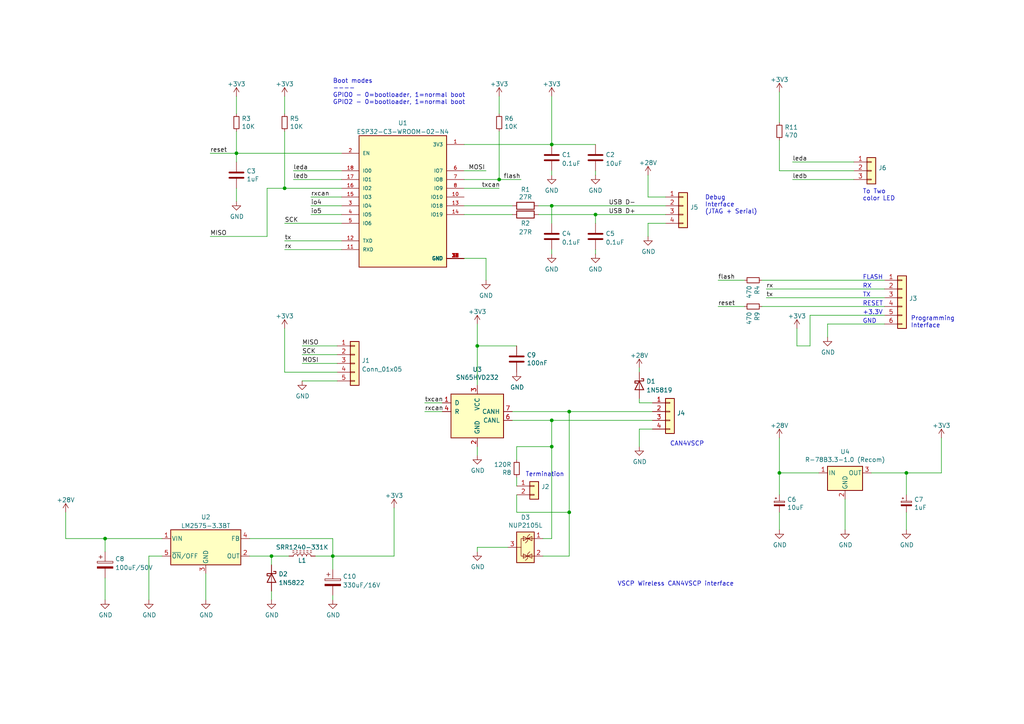
<source format=kicad_sch>
(kicad_sch (version 20211123) (generator eeschema)
  (paper "A4")
  (title_block (title "vscp-din-esp32-can-z102") (rev "B") (company "Grodans Paradis AB"))
  (lib_symbols
    (symbol "Connector_Generic:Conn_01x02" (pin_names (offset 1.016) hide)
      (property "Reference" "J" (at 0 2.54 0))
      (property "Value" "Conn_01x02" (at 0 -5.08 0))
      (symbol "Conn_01x02_1_1"
        (rectangle (start -1.27 -2.413) (end 0 -2.667) (stroke (width 0.1524)))
        (rectangle (start -1.27 0.127) (end 0 -0.127) (stroke (width 0.1524)))
        (rectangle (start -1.27 1.27) (end 1.27 -3.81) (stroke (width 0.254)) (fill (type background)))
        (pin passive line (at -5.08 0 0) (length 3.81) (name "Pin_1") (number "1"))
        (pin passive line (at -5.08 -2.54 0) (length 3.81) (name "Pin_2") (number "2"))
      )
    )
    (symbol "Connector_Generic:Conn_01x03" (pin_names (offset 1.016) hide)
      (property "Reference" "J" (at 0 5.08 0))
      (property "Value" "Conn_01x03" (at 0 -5.08 0))
      (symbol "Conn_01x03_1_1"
        (rectangle (start -1.27 -2.413) (end 0 -2.667) (stroke (width 0.1524)))
        (rectangle (start -1.27 0.127) (end 0 -0.127) (stroke (width 0.1524)))
        (rectangle (start -1.27 2.667) (end 0 2.413) (stroke (width 0.1524)))
        (rectangle (start -1.27 3.81) (end 1.27 -3.81) (stroke (width 0.254)) (fill (type background)))
        (pin passive line (at -5.08 2.54 0) (length 3.81) (name "Pin_1") (number "1"))
        (pin passive line (at -5.08 0 0) (length 3.81) (name "Pin_2") (number "2"))
        (pin passive line (at -5.08 -2.54 0) (length 3.81) (name "Pin_3") (number "3"))
      )
    )
    (symbol "Connector_Generic:Conn_01x04" (pin_names (offset 1.016) hide)
      (property "Reference" "J" (at 0 5.08 0))
      (property "Value" "Conn_01x04" (at 0 -7.62 0))
      (symbol "Conn_01x04_1_1"
        (rectangle (start -1.27 -4.953) (end 0 -5.207) (stroke (width 0.1524)))
        (rectangle (start -1.27 -2.413) (end 0 -2.667) (stroke (width 0.1524)))
        (rectangle (start -1.27 0.127) (end 0 -0.127) (stroke (width 0.1524)))
        (rectangle (start -1.27 2.667) (end 0 2.413) (stroke (width 0.1524)))
        (rectangle (start -1.27 3.81) (end 1.27 -6.35) (stroke (width 0.254)) (fill (type background)))
        (pin passive line (at -5.08 2.54 0) (length 3.81) (name "Pin_1") (number "1"))
        (pin passive line (at -5.08 0 0) (length 3.81) (name "Pin_2") (number "2"))
        (pin passive line (at -5.08 -2.54 0) (length 3.81) (name "Pin_3") (number "3"))
        (pin passive line (at -5.08 -5.08 0) (length 3.81) (name "Pin_4") (number "4"))
      )
    )
    (symbol "Connector_Generic:Conn_01x05" (pin_names (offset 1.016) hide)
      (property "Reference" "J" (at 0 7.62 0))
      (property "Value" "Conn_01x05" (at 0 -7.62 0))
      (symbol "Conn_01x05_1_1"
        (rectangle (start -1.27 -4.953) (end 0 -5.207) (stroke (width 0.1524)))
        (rectangle (start -1.27 -2.413) (end 0 -2.667) (stroke (width 0.1524)))
        (rectangle (start -1.27 0.127) (end 0 -0.127) (stroke (width 0.1524)))
        (rectangle (start -1.27 2.667) (end 0 2.413) (stroke (width 0.1524)))
        (rectangle (start -1.27 5.207) (end 0 4.953) (stroke (width 0.1524)))
        (rectangle (start -1.27 6.35) (end 1.27 -6.35) (stroke (width 0.254)) (fill (type background)))
        (pin passive line (at -5.08 5.08 0) (length 3.81) (name "Pin_1") (number "1"))
        (pin passive line (at -5.08 2.54 0) (length 3.81) (name "Pin_2") (number "2"))
        (pin passive line (at -5.08 0 0) (length 3.81) (name "Pin_3") (number "3"))
        (pin passive line (at -5.08 -2.54 0) (length 3.81) (name "Pin_4") (number "4"))
        (pin passive line (at -5.08 -5.08 0) (length 3.81) (name "Pin_5") (number "5"))
      )
    )
    (symbol "Connector_Generic:Conn_01x06" (pin_names (offset 1.016) hide)
      (property "Reference" "J" (at 0 7.62 0))
      (property "Value" "Conn_01x06" (at 0 -10.16 0))
      (symbol "Conn_01x06_1_1"
        (rectangle (start -1.27 -7.493) (end 0 -7.747) (stroke (width 0.1524)))
        (rectangle (start -1.27 -4.953) (end 0 -5.207) (stroke (width 0.1524)))
        (rectangle (start -1.27 -2.413) (end 0 -2.667) (stroke (width 0.1524)))
        (rectangle (start -1.27 0.127) (end 0 -0.127) (stroke (width 0.1524)))
        (rectangle (start -1.27 2.667) (end 0 2.413) (stroke (width 0.1524)))
        (rectangle (start -1.27 5.207) (end 0 4.953) (stroke (width 0.1524)))
        (rectangle (start -1.27 6.35) (end 1.27 -8.89) (stroke (width 0.254)) (fill (type background)))
        (pin passive line (at -5.08 5.08 0) (length 3.81) (name "Pin_1") (number "1"))
        (pin passive line (at -5.08 2.54 0) (length 3.81) (name "Pin_2") (number "2"))
        (pin passive line (at -5.08 0 0) (length 3.81) (name "Pin_3") (number "3"))
        (pin passive line (at -5.08 -2.54 0) (length 3.81) (name "Pin_4") (number "4"))
        (pin passive line (at -5.08 -5.08 0) (length 3.81) (name "Pin_5") (number "5"))
        (pin passive line (at -5.08 -7.62 0) (length 3.81) (name "Pin_6") (number "6"))
      )
    )
    (symbol "Device:C" (pin_numbers hide) (pin_names (offset 0.254))
      (property "Reference" "C" (at 0.635 2.54 0))
      (property "Value" "C" (at 0.635 -2.54 0))
      (symbol "C_0_1"
        (polyline (pts (xy -2.032 -0.762) (xy 2.032 -0.762)) (stroke (width 0.508)))
        (polyline (pts (xy -2.032 0.762) (xy 2.032 0.762)) (stroke (width 0.508)))
      )
      (symbol "C_1_1"
        (pin passive line (at 0 3.81 270) (length 2.794) (name "~") (number "1"))
        (pin passive line (at 0 -3.81 90) (length 2.794) (name "~") (number "2"))
      )
    )
    (symbol "Device:CP_Small" (pin_numbers hide) (pin_names (offset 0.254) hide)
      (property "Reference" "C" (at 0.254 1.778 0))
      (property "Value" "Device_CP_Small" (at 0.254 -2.032 0))
      (symbol "CP_Small_0_1"
        (rectangle (start -1.524 -0.3048) (end 1.524 -0.6858) (fill (type outline)))
        (rectangle (start -1.524 0.6858) (end 1.524 0.3048))
        (polyline (pts (xy -1.27 1.524) (xy -0.762 1.524)))
        (polyline (pts (xy -1.016 1.27) (xy -1.016 1.778)))
      )
      (symbol "CP_Small_1_1"
        (pin passive line (at 0 2.54 270) (length 1.8542) (name "~") (number "1"))
        (pin passive line (at 0 -2.54 90) (length 1.8542) (name "~") (number "2"))
      )
    )
    (symbol "Device:C_Polarized" (pin_numbers hide) (pin_names (offset 0.254))
      (property "Reference" "C" (at 0.635 2.54 0))
      (property "Value" "C_Polarized" (at 0.635 -2.54 0))
      (symbol "C_Polarized_0_1"
        (rectangle (start -2.286 0.508) (end 2.286 1.016))
        (polyline (pts (xy -1.778 2.286) (xy -0.762 2.286)))
        (polyline (pts (xy -1.27 2.794) (xy -1.27 1.778)))
        (rectangle (start 2.286 -0.508) (end -2.286 -1.016) (fill (type outline)))
      )
      (symbol "C_Polarized_1_1"
        (pin passive line (at 0 3.81 270) (length 2.794) (name "~") (number "1"))
        (pin passive line (at 0 -3.81 90) (length 2.794) (name "~") (number "2"))
      )
    )
    (symbol "Device:L_Ferrite" (pin_numbers hide) (pin_names (offset 1.016) hide)
      (property "Reference" "L" (at -1.27 0 90))
      (property "Value" "L_Ferrite" (at 2.794 0 90))
      (symbol "L_Ferrite_0_1"
        (arc (start 0 -2.54) (mid 0.635 -1.905) (end 0 -1.27))
        (arc (start 0 -1.27) (mid 0.635 -0.635) (end 0 0))
        (polyline (pts (xy 1.016 -2.794) (xy 1.016 -2.286)))
        (polyline (pts (xy 1.016 -1.778) (xy 1.016 -1.27)))
        (polyline (pts (xy 1.016 -0.762) (xy 1.016 -0.254)))
        (polyline (pts (xy 1.016 0.254) (xy 1.016 0.762)))
        (polyline (pts (xy 1.016 1.27) (xy 1.016 1.778)))
        (polyline (pts (xy 1.016 2.286) (xy 1.016 2.794)))
        (polyline (pts (xy 1.524 -2.286) (xy 1.524 -2.794)))
        (polyline (pts (xy 1.524 -1.27) (xy 1.524 -1.778)))
        (polyline (pts (xy 1.524 -0.254) (xy 1.524 -0.762)))
        (polyline (pts (xy 1.524 0.762) (xy 1.524 0.254)))
        (polyline (pts (xy 1.524 1.778) (xy 1.524 1.27)))
        (polyline (pts (xy 1.524 2.794) (xy 1.524 2.286)))
        (arc (start 0 0) (mid 0.635 0.635) (end 0 1.27))
        (arc (start 0 1.27) (mid 0.635 1.905) (end 0 2.54))
      )
      (symbol "L_Ferrite_1_1"
        (pin passive line (at 0 3.81 270) (length 1.27) (name "1") (number "1"))
        (pin passive line (at 0 -3.81 90) (length 1.27) (name "2") (number "2"))
      )
    )
    (symbol "Device:R" (pin_numbers hide) (pin_names (offset 0))
      (property "Reference" "R" (at 2.032 0 90))
      (property "Value" "R" (at 0 0 90))
      (symbol "R_0_1"
        (rectangle (start -1.016 -2.54) (end 1.016 2.54) (stroke (width 0.254)))
      )
      (symbol "R_1_1"
        (pin passive line (at 0 3.81 270) (length 1.27) (name "~") (number "1"))
        (pin passive line (at 0 -3.81 90) (length 1.27) (name "~") (number "2"))
      )
    )
    (symbol "Device:R_Small" (pin_numbers hide) (pin_names (offset 0.254) hide)
      (property "Reference" "R" (at 0.762 0.508 0))
      (property "Value" "R_Small" (at 0.762 -1.016 0))
      (symbol "R_Small_0_1"
        (rectangle (start -0.762 1.778) (end 0.762 -1.778) (stroke (width 0.2032)))
      )
      (symbol "R_Small_1_1"
        (pin passive line (at 0 2.54 270) (length 0.762) (name "~") (number "1"))
        (pin passive line (at 0 -2.54 90) (length 0.762) (name "~") (number "2"))
      )
    )
    (symbol "Diode:1N5819" (pin_numbers hide) (pin_names (offset 1.016) hide)
      (property "Reference" "D" (at 0 2.54 0))
      (property "Value" "1N5819" (at 0 -2.54 0))
      (symbol "1N5819_0_1"
        (polyline (pts (xy 1.27 0) (xy -1.27 0)))
        (polyline (pts (xy 1.27 1.27) (xy 1.27 -1.27) (xy -1.27 0) (xy 1.27 1.27)) (stroke (width 0.254)))
        (polyline (pts (xy -1.905 0.635) (xy -1.905 1.27) (xy -1.27 1.27) (xy -1.27 -1.27) (xy -0.635 -1.27) (xy -0.635 -0.635)) (stroke (width 0.254)))
      )
      (symbol "1N5819_1_1"
        (pin passive line (at -3.81 0 0) (length 2.54) (name "K") (number "1"))
        (pin passive line (at 3.81 0 180) (length 2.54) (name "A") (number "2"))
      )
    )
    (symbol "Diode:1N5822" (pin_numbers hide) (pin_names (offset 1.016) hide)
      (property "Reference" "D" (at 0 2.54 0))
      (property "Value" "1N5822" (at 0 -2.54 0))
      (symbol "1N5822_0_1"
        (polyline (pts (xy 1.27 0) (xy -1.27 0)))
        (polyline (pts (xy 1.27 1.27) (xy 1.27 -1.27) (xy -1.27 0) (xy 1.27 1.27)) (stroke (width 0.254)))
        (polyline (pts (xy -1.905 0.635) (xy -1.905 1.27) (xy -1.27 1.27) (xy -1.27 -1.27) (xy -0.635 -1.27) (xy -0.635 -0.635)) (stroke (width 0.254)))
      )
      (symbol "1N5822_1_1"
        (pin passive line (at -3.81 0 0) (length 2.54) (name "K") (number "1"))
        (pin passive line (at 3.81 0 180) (length 2.54) (name "A") (number "2"))
      )
    )
    (symbol "ESP32-C3-WROOM-02-N4:ESP32-C3-WROOM-02-N4" (pin_names (offset 1.016))
      (property "Reference" "U" (at -12.7 21.082 0))
      (property "Value" "ESP32-C3-WROOM-02-N4" (at -12.7 -18.542 0))
      (symbol "ESP32-C3-WROOM-02-N4_0_0"
        (rectangle (start -12.7 -17.78) (end 12.7 20.32) (stroke (width 0.254)) (fill (type background)))
        (pin power_in line (at 17.78 17.78 180) (length 5.08) (name "3V3") (number "1"))
        (pin bidirectional line (at 17.78 2.54 180) (length 5.08) (name "IO10") (number "10"))
        (pin bidirectional line (at -17.78 -12.7 0) (length 5.08) (name "RXD") (number "11"))
        (pin bidirectional line (at -17.78 -10.16 0) (length 5.08) (name "TXD") (number "12"))
        (pin bidirectional line (at 17.78 0 180) (length 5.08) (name "IO18") (number "13"))
        (pin bidirectional line (at 17.78 -2.54 180) (length 5.08) (name "IO19") (number "14"))
        (pin bidirectional line (at -17.78 2.54 0) (length 5.08) (name "IO3") (number "15"))
        (pin bidirectional line (at -17.78 5.08 0) (length 5.08) (name "IO2") (number "16"))
        (pin bidirectional line (at -17.78 7.62 0) (length 5.08) (name "IO1") (number "17"))
        (pin bidirectional line (at -17.78 10.16 0) (length 5.08) (name "IO0") (number "18"))
        (pin power_in line (at 17.78 -15.24 180) (length 5.08) (name "GND") (number "19"))
        (pin input line (at -17.78 15.24 0) (length 5.08) (name "EN") (number "2"))
        (pin power_in line (at 17.78 -15.24 180) (length 5.08) (name "GND") (number "20"))
        (pin power_in line (at 17.78 -15.24 180) (length 5.08) (name "GND") (number "21"))
        (pin power_in line (at 17.78 -15.24 180) (length 5.08) (name "GND") (number "22"))
        (pin power_in line (at 17.78 -15.24 180) (length 5.08) (name "GND") (number "23"))
        (pin power_in line (at 17.78 -15.24 180) (length 5.08) (name "GND") (number "24"))
        (pin power_in line (at 17.78 -15.24 180) (length 5.08) (name "GND") (number "25"))
        (pin power_in line (at 17.78 -15.24 180) (length 5.08) (name "GND") (number "26"))
        (pin power_in line (at 17.78 -15.24 180) (length 5.08) (name "GND") (number "27"))
        (pin power_in line (at 17.78 -15.24 180) (length 5.08) (name "GND") (number "28"))
        (pin power_in line (at 17.78 -15.24 180) (length 5.08) (name "GND") (number "29"))
        (pin bidirectional line (at -17.78 0 0) (length 5.08) (name "IO4") (number "3"))
        (pin power_in line (at 17.78 -15.24 180) (length 5.08) (name "GND") (number "30"))
        (pin power_in line (at 17.78 -15.24 180) (length 5.08) (name "GND") (number "31"))
        (pin power_in line (at 17.78 -15.24 180) (length 5.08) (name "GND") (number "32"))
        (pin power_in line (at 17.78 -15.24 180) (length 5.08) (name "GND") (number "33"))
        (pin power_in line (at 17.78 -15.24 180) (length 5.08) (name "GND") (number "34"))
        (pin power_in line (at 17.78 -15.24 180) (length 5.08) (name "GND") (number "35"))
        (pin power_in line (at 17.78 -15.24 180) (length 5.08) (name "GND") (number "36"))
        (pin power_in line (at 17.78 -15.24 180) (length 5.08) (name "GND") (number "37"))
        (pin power_in line (at 17.78 -15.24 180) (length 5.08) (name "GND") (number "38"))
        (pin power_in line (at 17.78 -15.24 180) (length 5.08) (name "GND") (number "39"))
        (pin bidirectional line (at -17.78 -2.54 0) (length 5.08) (name "IO5") (number "4"))
        (pin bidirectional line (at -17.78 -5.08 0) (length 5.08) (name "IO6") (number "5"))
        (pin bidirectional line (at 17.78 10.16 180) (length 5.08) (name "IO7") (number "6"))
        (pin bidirectional line (at 17.78 7.62 180) (length 5.08) (name "IO8") (number "7"))
        (pin bidirectional line (at 17.78 5.08 180) (length 5.08) (name "IO9") (number "8"))
        (pin power_in line (at 17.78 -15.24 180) (length 5.08) (name "GND") (number "9"))
      )
    )
    (symbol "Interface_CAN_LIN:SN65HVD232" (pin_names (offset 1.016))
      (property "Reference" "U" (at -2.54 10.16 0))
      (property "Value" "SN65HVD232" (at -2.54 7.62 0))
      (symbol "SN65HVD232_0_1"
        (rectangle (start -7.62 5.08) (end 7.62 -7.62) (stroke (width 0.254)) (fill (type background)))
      )
      (symbol "SN65HVD232_1_1"
        (pin input line (at -10.16 2.54 0) (length 2.54) (name "D") (number "1"))
        (pin power_in line (at 0 -10.16 90) (length 2.54) (name "GND") (number "2"))
        (pin power_in line (at 0 7.62 270) (length 2.54) (name "VCC") (number "3"))
        (pin output line (at -10.16 0 0) (length 2.54) (name "R") (number "4"))
        (pin no_connect line (at -10.16 -2.54 0) (length 2.54) hide (name "NC") (number "5"))
        (pin bidirectional line (at 10.16 -2.54 180) (length 2.54) (name "CANL") (number "6"))
        (pin bidirectional line (at 10.16 0 180) (length 2.54) (name "CANH") (number "7"))
        (pin no_connect line (at -10.16 -5.08 0) (length 2.54) hide (name "NC") (number "8"))
      )
    )
    (symbol "Power_Protection:NUP2105L" (pin_names hide)
      (property "Reference" "D" (at 5.715 2.54 0))
      (property "Value" "NUP2105L" (at 5.715 0.635 0))
      (symbol "NUP2105L_0_0"
        (pin passive line (at 0 -5.08 90) (length 2.54) (name "A") (number "3"))
      )
      (symbol "NUP2105L_0_1"
        (rectangle (start -4.445 2.54) (end 4.445 -2.54) (stroke (width 0.254)) (fill (type background)))
        (polyline (pts (xy -2.54 2.54) (xy -2.54 0.635)))
        (polyline (pts (xy 0 -1.27) (xy 0 -2.54)))
        (polyline (pts (xy 2.54 2.54) (xy 2.54 0.635)))
        (polyline (pts (xy -3.81 1.27) (xy -3.175 0.635) (xy -1.905 0.635) (xy -1.27 0)))
        (polyline (pts (xy -2.54 0.635) (xy -2.54 -1.27) (xy 2.54 -1.27) (xy 2.54 0.635)))
        (polyline (pts (xy -2.54 0.635) (xy -1.905 -0.635) (xy -3.175 -0.635) (xy -2.54 0.635)))
        (polyline (pts (xy 2.54 0.635) (xy 1.905 -0.635) (xy 3.175 -0.635) (xy 2.54 0.635)))
        (polyline (pts (xy 2.54 0.635) (xy 3.175 1.905) (xy 1.905 1.905) (xy 2.54 0.635)))
        (polyline (pts (xy -2.54 0.635) (xy -3.175 1.905) (xy -1.905 1.905) (xy -2.54 0.635) (xy -2.54 1.27)))
        (polyline (pts (xy 1.27 1.27) (xy 1.905 0.635) (xy 2.54 0.635) (xy 3.175 0.635) (xy 3.81 0)))
      )
      (symbol "NUP2105L_1_1"
        (pin passive line (at -2.54 5.08 270) (length 2.54) (name "K") (number "1"))
        (pin passive line (at 2.54 5.08 270) (length 2.54) (name "K") (number "2"))
      )
    )
    (symbol "Regulator_Switching:LM2575-3.3BT" (pin_names (offset 0.254))
      (property "Reference" "U" (at -10.16 6.35 0))
      (property "Value" "LM2575-3.3BT" (at 0 6.35 0))
      (symbol "LM2575-3.3BT_0_1"
        (rectangle (start -10.16 5.08) (end 10.16 -5.08) (stroke (width 0.254)) (fill (type background)))
      )
      (symbol "LM2575-3.3BT_1_1"
        (pin power_in line (at -12.7 2.54 0) (length 2.54) (name "VIN") (number "1"))
        (pin output line (at 12.7 -2.54 180) (length 2.54) (name "OUT") (number "2"))
        (pin power_in line (at 0 -7.62 90) (length 2.54) (name "GND") (number "3"))
        (pin input line (at 12.7 2.54 180) (length 2.54) (name "FB") (number "4"))
        (pin input line (at -12.7 -2.54 0) (length 2.54) (name "~{ON}/OFF") (number "5"))
      )
    )
    (symbol "Regulator_Switching:R-78B3.3-2.0" (pin_names (offset 0.254))
      (property "Reference" "U" (at -3.81 3.175 0))
      (property "Value" "R-78B3.3-2.0" (at 0 3.175 0))
      (symbol "R-78B3.3-2.0_0_1"
        (rectangle (start -5.08 1.905) (end 5.08 -5.08) (stroke (width 0.254)) (fill (type background)))
      )
      (symbol "R-78B3.3-2.0_1_1"
        (pin power_in line (at -7.62 0 0) (length 2.54) (name "IN") (number "1"))
        (pin power_in line (at 0 -7.62 90) (length 2.54) (name "GND") (number "2"))
        (pin power_out line (at 7.62 0 180) (length 2.54) (name "OUT") (number "3"))
      )
    )
    (symbol "power:+28V" (power) (pin_names (offset 0))
      (property "Value" "+28V" (at 0 3.81 0))
      (symbol "+28V_0_1"
        (polyline (pts (xy -0.762 1.27) (xy 0 2.54)))
        (polyline (pts (xy 0 0) (xy 0 2.54)))
        (polyline (pts (xy 0 2.54) (xy 0.762 1.27)))
      )
      (symbol "+28V_1_1"
        (pin power_in line (at 0 0 90) (length 0) hide (name "+28V") (number "1"))
      )
    )
    (symbol "power:+3.3V" (power) (pin_names (offset 0))
      (property "Value" "+3.3V" (at 0 3.556 0))
      (symbol "+3.3V_0_1"
        (polyline (pts (xy -0.762 1.27) (xy 0 2.54)))
        (polyline (pts (xy 0 0) (xy 0 2.54)))
        (polyline (pts (xy 0 2.54) (xy 0.762 1.27)))
      )
      (symbol "+3.3V_1_1"
        (pin power_in line (at 0 0 90) (length 0) hide (name "+3V3") (number "1"))
      )
    )
    (symbol "power:GND" (power) (pin_names (offset 0))
      (property "Value" "GND" (at 0 -3.81 0))
      (symbol "GND_0_1"
        (polyline (pts (xy 0 0) (xy 0 -1.27) (xy 1.27 -1.27) (xy 0 -2.54) (xy -1.27 -1.27) (xy 0 -1.27)))
      )
      (symbol "GND_1_1"
        (pin power_in line (at 0 0 270) (length 0) hide (name "GND") (number "1"))
      )
    )
  )
  (junction (at 30.48 156.21))
  (junction (at 165.1 148.59))
  (junction (at 226.06 137.16))
  (junction (at 172.72 62.23))
  (junction (at 160.02 59.69))
  (junction (at 160.02 121.92))
  (junction (at 68.58 44.45))
  (junction (at 82.55 54.61))
  (junction (at 165.1 119.38))
  (junction (at 78.74 161.29))
  (junction (at 160.02 41.91))
  (junction (at 262.89 137.16))
  (junction (at 96.52 161.29))
  (junction (at 160.02 129.54))
  (junction (at 138.43 100.33))
  (junction (at 144.78 52.07))
  (wire (pts (xy 160.02 121.92) (xy 160.02 129.54)))
  (wire (pts (xy 96.52 161.29) (xy 114.3 161.29)))
  (wire (pts (xy 208.28 88.9) (xy 215.9 88.9)))
  (wire (pts (xy 46.99 161.29) (xy 43.18 161.29)))
  (wire (pts (xy 185.42 115.57) (xy 185.42 116.84)))
  (wire (pts (xy 96.52 156.21) (xy 96.52 161.29)))
  (wire (pts (xy 72.39 156.21) (xy 96.52 156.21)))
  (wire (pts (xy 114.3 147.32) (xy 114.3 161.29)))
  (wire (pts (xy 87.63 100.33) (xy 97.79 100.33)))
  (wire (pts (xy 149.86 100.33) (xy 138.43 100.33)))
  (wire (pts (xy 85.09 52.07) (xy 99.06 52.07)))
  (wire (pts (xy 165.1 161.29) (xy 165.1 148.59)))
  (wire (pts (xy 226.06 148.59) (xy 226.06 153.67)))
  (wire (pts (xy 256.54 93.98) (xy 240.03 93.98)))
  (wire (pts (xy 147.32 158.75) (xy 138.43 158.75)))
  (wire (pts (xy 222.25 86.36) (xy 256.54 86.36)))
  (wire (pts (xy 149.86 148.59) (xy 165.1 148.59)))
  (wire (pts (xy 60.96 68.58) (xy 77.47 68.58)))
  (wire (pts (xy 82.55 95.25) (xy 82.55 107.95)))
  (wire (pts (xy 68.58 54.61) (xy 68.58 58.42)))
  (wire (pts (xy 160.02 41.91) (xy 172.72 41.91)))
  (wire (pts (xy 68.58 44.45) (xy 99.06 44.45)))
  (wire (pts (xy 19.05 148.59) (xy 19.05 156.21)))
  (wire (pts (xy 165.1 148.59) (xy 165.1 119.38)))
  (wire (pts (xy 172.72 62.23) (xy 193.04 62.23)))
  (wire (pts (xy 262.89 137.16) (xy 262.89 143.51)))
  (wire (pts (xy 134.62 49.53) (xy 140.97 49.53)))
  (wire (pts (xy 140.97 74.93) (xy 140.97 81.28)))
  (wire (pts (xy 273.05 137.16) (xy 262.89 137.16)))
  (wire (pts (xy 160.02 72.39) (xy 160.02 73.66)))
  (wire (pts (xy 185.42 124.46) (xy 185.42 129.54)))
  (wire (pts (xy 134.62 74.93) (xy 140.97 74.93)))
  (wire (pts (xy 82.55 69.85) (xy 99.06 69.85)))
  (wire (pts (xy 138.43 129.54) (xy 138.43 132.08)))
  (wire (pts (xy 187.96 57.15) (xy 193.04 57.15)))
  (wire (pts (xy 149.86 143.51) (xy 149.86 148.59)))
  (wire (pts (xy 144.78 27.94) (xy 144.78 33.02)))
  (wire (pts (xy 220.98 81.28) (xy 256.54 81.28)))
  (wire (pts (xy 193.04 64.77) (xy 187.96 64.77)))
  (wire (pts (xy 187.96 64.77) (xy 187.96 68.58)))
  (wire (pts (xy 19.05 156.21) (xy 30.48 156.21)))
  (wire (pts (xy 160.02 41.91) (xy 160.02 27.94)))
  (wire (pts (xy 82.55 64.77) (xy 99.06 64.77)))
  (wire (pts (xy 82.55 54.61) (xy 77.47 54.61)))
  (wire (pts (xy 160.02 59.69) (xy 193.04 59.69)))
  (wire (pts (xy 30.48 156.21) (xy 30.48 160.02)))
  (wire (pts (xy 252.73 137.16) (xy 262.89 137.16)))
  (wire (pts (xy 231.14 95.25) (xy 231.14 100.33)))
  (wire (pts (xy 234.95 91.44) (xy 234.95 100.33)))
  (wire (pts (xy 138.43 100.33) (xy 138.43 111.76)))
  (wire (pts (xy 144.78 52.07) (xy 151.13 52.07)))
  (wire (pts (xy 160.02 121.92) (xy 189.23 121.92)))
  (wire (pts (xy 128.27 119.38) (xy 123.19 119.38)))
  (wire (pts (xy 256.54 91.44) (xy 234.95 91.44)))
  (wire (pts (xy 165.1 119.38) (xy 189.23 119.38)))
  (wire (pts (xy 185.42 106.68) (xy 185.42 107.95)))
  (wire (pts (xy 82.55 54.61) (xy 82.55 38.1)))
  (wire (pts (xy 189.23 124.46) (xy 185.42 124.46)))
  (wire (pts (xy 30.48 167.64) (xy 30.48 173.99)))
  (wire (pts (xy 226.06 137.16) (xy 226.06 143.51)))
  (wire (pts (xy 99.06 59.69) (xy 90.17 59.69)))
  (wire (pts (xy 77.47 54.61) (xy 77.47 68.58)))
  (wire (pts (xy 134.62 59.69) (xy 148.59 59.69)))
  (wire (pts (xy 157.48 156.21) (xy 160.02 156.21)))
  (wire (pts (xy 185.42 116.84) (xy 189.23 116.84)))
  (wire (pts (xy 187.96 50.8) (xy 187.96 57.15)))
  (wire (pts (xy 172.72 72.39) (xy 172.72 73.66)))
  (wire (pts (xy 78.74 161.29) (xy 83.82 161.29)))
  (wire (pts (xy 149.86 138.43) (xy 149.86 140.97)))
  (wire (pts (xy 157.48 161.29) (xy 165.1 161.29)))
  (wire (pts (xy 144.78 52.07) (xy 144.78 38.1)))
  (wire (pts (xy 138.43 93.98) (xy 138.43 100.33)))
  (wire (pts (xy 68.58 38.1) (xy 68.58 44.45)))
  (wire (pts (xy 226.06 127) (xy 226.06 137.16)))
  (wire (pts (xy 96.52 172.72) (xy 96.52 173.99)))
  (wire (pts (xy 82.55 27.94) (xy 82.55 33.02)))
  (wire (pts (xy 68.58 46.99) (xy 68.58 44.45)))
  (wire (pts (xy 262.89 148.59) (xy 262.89 153.67)))
  (wire (pts (xy 82.55 107.95) (xy 97.79 107.95)))
  (wire (pts (xy 148.59 121.92) (xy 160.02 121.92)))
  (wire (pts (xy 208.28 81.28) (xy 215.9 81.28)))
  (wire (pts (xy 240.03 93.98) (xy 240.03 97.79)))
  (wire (pts (xy 138.43 158.75) (xy 138.43 160.02)))
  (wire (pts (xy 160.02 129.54) (xy 160.02 156.21)))
  (wire (pts (xy 90.17 62.23) (xy 99.06 62.23)))
  (wire (pts (xy 99.06 54.61) (xy 82.55 54.61)))
  (wire (pts (xy 134.62 52.07) (xy 144.78 52.07)))
  (wire (pts (xy 226.06 35.56) (xy 226.06 26.67)))
  (wire (pts (xy 90.17 57.15) (xy 99.06 57.15)))
  (wire (pts (xy 87.63 110.49) (xy 97.79 110.49)))
  (wire (pts (xy 245.11 144.78) (xy 245.11 153.67)))
  (wire (pts (xy 82.55 72.39) (xy 99.06 72.39)))
  (wire (pts (xy 149.86 129.54) (xy 160.02 129.54)))
  (wire (pts (xy 172.72 62.23) (xy 172.72 64.77)))
  (wire (pts (xy 234.95 100.33) (xy 231.14 100.33)))
  (wire (pts (xy 72.39 161.29) (xy 78.74 161.29)))
  (wire (pts (xy 30.48 156.21) (xy 46.99 156.21)))
  (wire (pts (xy 78.74 163.83) (xy 78.74 161.29)))
  (wire (pts (xy 222.25 83.82) (xy 256.54 83.82)))
  (wire (pts (xy 247.65 52.07) (xy 229.87 52.07)))
  (wire (pts (xy 87.63 105.41) (xy 97.79 105.41)))
  (wire (pts (xy 96.52 161.29) (xy 96.52 165.1)))
  (wire (pts (xy 134.62 54.61) (xy 144.78 54.61)))
  (wire (pts (xy 160.02 59.69) (xy 160.02 64.77)))
  (wire (pts (xy 91.44 161.29) (xy 96.52 161.29)))
  (wire (pts (xy 273.05 127) (xy 273.05 137.16)))
  (wire (pts (xy 87.63 102.87) (xy 97.79 102.87)))
  (wire (pts (xy 68.58 44.45) (xy 60.96 44.45)))
  (wire (pts (xy 237.49 137.16) (xy 226.06 137.16)))
  (wire (pts (xy 156.21 59.69) (xy 160.02 59.69)))
  (wire (pts (xy 134.62 62.23) (xy 148.59 62.23)))
  (wire (pts (xy 68.58 27.94) (xy 68.58 33.02)))
  (wire (pts (xy 226.06 40.64) (xy 226.06 49.53)))
  (wire (pts (xy 85.09 49.53) (xy 99.06 49.53)))
  (wire (pts (xy 247.65 49.53) (xy 226.06 49.53)))
  (wire (pts (xy 134.62 41.91) (xy 160.02 41.91)))
  (wire (pts (xy 128.27 116.84) (xy 123.19 116.84)))
  (wire (pts (xy 156.21 62.23) (xy 172.72 62.23)))
  (wire (pts (xy 172.72 49.53) (xy 172.72 50.8)))
  (wire (pts (xy 165.1 119.38) (xy 148.59 119.38)))
  (wire (pts (xy 256.54 88.9) (xy 220.98 88.9)))
  (wire (pts (xy 59.69 166.37) (xy 59.69 173.99)))
  (wire (pts (xy 160.02 49.53) (xy 160.02 50.8)))
  (wire (pts (xy 78.74 171.45) (xy 78.74 173.99)))
  (wire (pts (xy 247.65 46.99) (xy 229.87 46.99)))
  (wire (pts (xy 149.86 133.35) (xy 149.86 129.54)))
  (wire (pts (xy 43.18 161.29) (xy 43.18 173.99)))
  (text "VSCP Wireless CAN4VSCP interface" (at 179.07 170.18 0) (effects (font (size 1.27 1.27)) (justify left bottom)))
  (text "Termination" (at 152.4 138.43 0) (effects (font (size 1.27 1.27)) (justify left bottom)))
  (text "RESET" (at 250.19 88.9 0) (effects (font (size 1.27 1.27)) (justify left bottom)))
  (text "CAN4VSCP" (at 194.31 129.54 0) (effects (font (size 1.27 1.27)) (justify left bottom)))
  (text "RX" (at 250.19 83.82 0) (effects (font (size 1.27 1.27)) (justify left bottom)))
  (text "Debug \nInterface\n(JTAG + Serial)" (at 204.47 62.23 0) (effects (font (size 1.27 1.27)) (justify left bottom)))
  (text "Boot modes\n----\nGPIO0 - 0=bootloader, 1=normal boot\nGPIO2 - 0=bootloader, 1=normal boot" (at 96.52 30.48 0) (effects (font (size 1.27 1.27)) (justify left bottom)))
  (text "+3.3V" (at 250.19 91.44 0) (effects (font (size 1.27 1.27)) (justify left bottom)))
  (text "Programming\nInterface" (at 264.16 95.25 0) (effects (font (size 1.27 1.27)) (justify left bottom)))
  (text "GND" (at 250.19 93.98 0) (effects (font (size 1.27 1.27)) (justify left bottom)))
  (text "To Two \ncolor LED" (at 250.19 58.42 0) (effects (font (size 1.27 1.27)) (justify left bottom)))
  (text "TX" (at 250.19 86.36 0) (effects (font (size 1.27 1.27)) (justify left bottom)))
  (text "FLASH" (at 250.19 81.28 0) (effects (font (size 1.27 1.27)) (justify left bottom)))
  (label "txcan" (at 139.7 54.61 0))
  (label "flash" (at 208.28 81.28 0))
  (label "reset" (at 208.28 88.9 0))
  (label "rxcan" (at 123.19 119.38 0))
  (label "rxcan" (at 90.17 57.15 0))
  (label "MISO" (at 60.96 68.58 0))
  (label "USB D+" (at 176.53 62.23 0))
  (label "SCK" (at 87.63 102.87 0))
  (label "io4" (at 90.17 59.69 0))
  (label "io5" (at 90.17 62.23 0))
  (label "ledb" (at 229.87 52.07 0))
  (label "ledb" (at 85.09 52.07 0))
  (label "MOSI" (at 87.63 105.41 0))
  (label "reset" (at 60.96 44.45 0))
  (label "leda" (at 85.09 49.53 0))
  (label "leda" (at 229.87 46.99 0))
  (label "USB D-" (at 176.53 59.69 0))
  (label "flash" (at 146.05 52.07 0))
  (label "rx" (at 222.25 83.82 0))
  (label "tx" (at 222.25 86.36 0))
  (label "rx" (at 82.55 72.39 0))
  (label "tx" (at 82.55 69.85 0))
  (label "SCK" (at 82.55 64.77 0))
  (label "txcan" (at 123.19 116.84 0))
  (label "MISO" (at 87.63 100.33 0))
  (label "MOSI" (at 135.89 49.53 0))
  (symbol (lib_id "Device:CP_Small") (at 226.06 146.05 0) (unit 1)
    (property "Reference" "C6" (at 228.2952 144.8816 0) (effects (justify left)))
    (property "Value" "10uF" (at 228.2952 147.193 0) (effects (justify left)))
    (property "Footprint" "Capacitor_SMD:C_0805_2012Metric_Pad1.18x1.45mm_HandSolder" (effects hide))
  )
  (symbol (lib_id "Device:R") (at 152.4 59.69 90) (unit 1)
    (property "Reference" "R1" (at 152.4 54.9742 90))
    (property "Value" "27R" (at 152.4 57.15 90))
    (property "Footprint" "Resistor_SMD:R_0805_2012Metric_Pad1.20x1.40mm_HandSolder" (effects hide))
  )
  (symbol (lib_id "power:+3.3V") (at 138.43 93.98 0) (unit 1)
    (property "Reference" "#PWR0109" (effects hide))
    (property "Value" "+3.3V" (at 138.43 90.4042 0))
  )
  (symbol (lib_id "power:+3.3V") (at 114.3 147.32 0) (unit 1)
    (property "Reference" "#PWR0133" (effects hide))
    (property "Value" "+3.3V" (at 114.3 143.7442 0))
  )
  (symbol (lib_id "Connector_Generic:Conn_01x02") (at 154.94 140.97 0) (unit 1)
    (property "Reference" "J2" (at 156.972 141.1732 0) (effects (justify left)))
    (property "Value" "Conn_01x02" (effects hide))
    (property "Footprint" "Connector_PinHeader_2.54mm:PinHeader_1x02_P2.54mm_Vertical" (effects hide))
  )
  (symbol (lib_id "Connector_Generic:Conn_01x06") (at 261.62 86.36 0) (unit 1)
    (property "Reference" "J3" (at 263.652 86.5632 0) (effects (justify left)))
    (property "Value" "Conn_01x06" (effects hide))
    (property "Footprint" "Connector_PinHeader_2.54mm:PinHeader_1x06_P2.54mm_Vertical" (effects hide))
  )
  (symbol (lib_id "power:GND") (at 138.43 132.08 0) (unit 1)
    (property "Reference" "#PWR0118" (effects hide))
    (property "Value" "GND" (at 138.557 136.4742 0))
  )
  (symbol (lib_id "Device:R_Small") (at 144.78 35.56 0) (unit 1)
    (property "Reference" "R6" (at 146.2786 34.3916 0) (effects (justify left)))
    (property "Value" "10K" (at 146.2786 36.703 0) (effects (justify left)))
    (property "Footprint" "Resistor_SMD:R_0805_2012Metric_Pad1.20x1.40mm_HandSolder" (effects hide))
  )
  (symbol (lib_id "power:GND") (at 262.89 153.67 0) (unit 1)
    (property "Reference" "#PWR0105" (effects hide))
    (property "Value" "GND" (at 263.017 158.0642 0))
  )
  (symbol (lib_id "Diode:1N5822") (at 78.74 167.64 270) (unit 1)
    (property "Reference" "D2" (at 80.772 166.4878 90) (effects (justify left)))
    (property "Value" "1N5822" (at 80.772 169.0247 90) (effects (justify left)))
    (property "Footprint" "Diode_SMD:D_SMA_Handsoldering" (effects hide))
    (property "Datasheet" "http://www.vishay.com/docs/88526/1n5820.pdf" (effects hide))
  )
  (symbol (lib_id "Connector_Generic:Conn_01x04") (at 194.31 119.38 0) (unit 1)
    (property "Reference" "J4" (at 196.342 119.8153 0) (effects (justify left)))
    (property "Value" "Conn_01x04" (effects hide))
    (property "Footprint" "Connector_Phoenix_MC:PhoenixContact_MC_1,5_4-G-3.81_1x04_P3.81mm_Horizontal" (effects hide))
  )
  (symbol (lib_id "power:GND") (at 172.72 50.8 0) (unit 1)
    (property "Reference" "#PWR0110" (effects hide))
    (property "Value" "GND" (at 172.72 55.2434 0))
  )
  (symbol (lib_id "Device:R_Small") (at 82.55 35.56 0) (unit 1)
    (property "Reference" "R5" (at 84.0486 34.3916 0) (effects (justify left)))
    (property "Value" "10K" (at 84.0486 36.703 0) (effects (justify left)))
    (property "Footprint" "Resistor_SMD:R_0805_2012Metric_Pad1.20x1.40mm_HandSolder" (effects hide))
  )
  (symbol (lib_id "power:GND") (at 245.11 153.67 0) (unit 1)
    (property "Reference" "#PWR0104" (effects hide))
    (property "Value" "GND" (at 245.237 158.0642 0))
  )
  (symbol (lib_id "power:GND") (at 185.42 129.54 0) (unit 1)
    (property "Reference" "#PWR0101" (effects hide))
    (property "Value" "GND" (at 185.547 133.9342 0))
  )
  (symbol (lib_id "power:+3.3V") (at 231.14 95.25 0) (unit 1)
    (property "Reference" "#PWR0126" (effects hide))
    (property "Value" "+3.3V" (at 231.14 91.6742 0))
  )
  (symbol (lib_id "power:GND") (at 59.69 173.99 0) (unit 1)
    (property "Reference" "#PWR0127" (effects hide))
    (property "Value" "GND" (at 59.817 178.3842 0))
  )
  (symbol (lib_id "Device:R_Small") (at 149.86 135.89 180) (unit 1)
    (property "Reference" "R8" (at 148.3614 137.0584 0) (effects (justify left)))
    (property "Value" "120R" (at 148.3614 134.747 0) (effects (justify left)))
    (property "Footprint" "Resistor_SMD:R_0805_2012Metric_Pad1.20x1.40mm_HandSolder" (effects hide))
  )
  (symbol (lib_id "power:+3.3V") (at 82.55 27.94 0) (unit 1)
    (property "Reference" "#PWR0121" (effects hide))
    (property "Value" "+3.3V" (at 82.55 24.3642 0))
  )
  (symbol (lib_id "Device:C_Polarized") (at 30.48 163.83 0) (unit 1)
    (property "Reference" "C8" (at 33.401 162.1063 0) (effects (justify left)))
    (property "Value" "100uF/50V" (at 33.401 164.6432 0) (effects (justify left)))
    (property "Footprint" "Capacitor_SMD:CP_Elec_6.3x9.9" (effects hide))
    (property "Datasheet" "https://industrial.panasonic.com/cdbs/www-data/pdf/RDE0000/ABA0000C1151.pdf" (effects hide))
  )
  (symbol (lib_id "power:+3.3V") (at 82.55 95.25 0) (unit 1)
    (property "Reference" "#PWR0135" (effects hide))
    (property "Value" "+3.3V" (at 82.55 91.6742 0))
  )
  (symbol (lib_id "power:+3.3V") (at 226.06 26.67 0) (unit 1)
    (property "Reference" "#PWR0114" (effects hide))
    (property "Value" "+3.3V" (at 226.06 23.0942 0))
  )
  (symbol (lib_id "power:GND") (at 30.48 173.99 0) (unit 1)
    (property "Reference" "#PWR0130" (effects hide))
    (property "Value" "GND" (at 30.607 178.3842 0))
  )
  (symbol (lib_id "power:GND") (at 149.86 107.95 0) (unit 1)
    (property "Reference" "#PWR0117" (effects hide))
    (property "Value" "GND" (at 149.987 112.3442 0))
  )
  (symbol (lib_id "Connector_Generic:Conn_01x05") (at 102.87 105.41 0) (unit 1)
    (property "Reference" "J1" (at 104.902 104.5753 0) (effects (justify left)))
    (property "Value" "Conn_01x05" (at 104.902 107.1122 0) (effects (justify left)))
    (property "Footprint" "Connector_PinHeader_2.54mm:PinHeader_1x05_P2.54mm_Vertical" (effects hide))
  )
  (symbol (lib_id "power:+28V") (at 226.06 127 0) (unit 1)
    (property "Reference" "#PWR0106" (effects hide))
    (property "Value" "+28V" (at 226.06 123.4242 0))
  )
  (symbol (lib_id "ESP32-C3-WROOM-02-N4:ESP32-C3-WROOM-02-N4") (at 116.84 59.69 0) (unit 1)
    (property "Reference" "U1" (at 116.84 35.6702 0))
    (property "Value" "ESP32-C3-WROOM-02-N4" (at 116.84 38.2071 0))
    (property "Footprint" "RF_Module:ESP-WROOM-02" (effects hide))
    (property "PURCHASE-URL" "https://pricing.snapeda.com/search/part/ESP32-C3-WROOM-02-H4/?ref=eda" (effects hide))
    (property "PRICE" "None" (effects hide))
    (property "MF" "Espressif Systems" (effects hide))
    (property "PACKAGE" "Package" (effects hide))
    (property "DESCRIPTION" "WiFi Modules (802.11) (Engineering Samples) SMD module, ESP32-C3, 4MB SPI flash, PCB antenna, -40 C +105 C" (effects hide))
    (property "AVAILABILITY" "In Stock" (effects hide))
    (property "MP" "ESP32-C3-WROOM-02-H4" (effects hide))
  )
  (symbol (lib_id "Device:C") (at 160.02 68.58 0) (unit 1)
    (property "Reference" "C4" (at 162.941 67.7453 0) (effects (justify left)))
    (property "Value" "0.1uF" (at 162.941 70.2822 0) (effects (justify left)))
    (property "Footprint" "Capacitor_SMD:C_0805_2012Metric_Pad1.18x1.45mm_HandSolder" (effects hide))
  )
  (symbol (lib_id "Device:R_Small") (at 226.06 38.1 0) (unit 1)
    (property "Reference" "R11" (at 227.5586 36.9316 0) (effects (justify left)))
    (property "Value" "470" (at 227.5586 39.243 0) (effects (justify left)))
    (property "Footprint" "Resistor_SMD:R_0805_2012Metric" (effects hide))
  )
  (symbol (lib_id "power:GND") (at 87.63 110.49 0) (unit 1)
    (property "Reference" "#PWR0134" (effects hide))
    (property "Value" "GND" (at 87.757 114.8842 0))
  )
  (symbol (lib_id "Device:R") (at 152.4 62.23 90) (unit 1)
    (property "Reference" "R2" (at 152.4 64.77 90))
    (property "Value" "27R" (at 152.4 67.31 90))
    (property "Footprint" "Resistor_SMD:R_0805_2012Metric_Pad1.20x1.40mm_HandSolder" (effects hide))
  )
  (symbol (lib_id "Device:L_Ferrite") (at 87.63 161.29 90) (unit 1)
    (property "Reference" "L1" (at 87.63 162.56 90))
    (property "Value" "SRR1240-331K" (at 87.63 158.7301 90))
    (property "Footprint" "Inductor_SMD:L_Bourns_SRR1260" (effects hide))
    (property "Datasheet" "https://www.digikey.se/sv/products/detail/bourns-inc/SRR1240-331K/1969953?s=N4IgTCBcDaIM4CcEEYwBYAMBaAzD5A1gMYAuWAdgCYgC6AvkA" (effects hide))
  )
  (symbol (lib_id "Connector_Generic:Conn_01x04") (at 198.12 59.69 0) (unit 1)
    (property "Reference" "J5" (at 200.152 60.1253 0) (effects (justify left)))
    (property "Value" "Conn_01x04" (effects hide))
    (property "Footprint" "Connector_PinHeader_2.54mm:PinHeader_1x04_P2.54mm_Vertical" (effects hide))
  )
  (symbol (lib_id "Regulator_Switching:LM2575-3.3BT") (at 59.69 158.75 0) (unit 1)
    (property "Reference" "U2" (at 59.69 149.9702 0))
    (property "Value" "LM2575-3.3BT" (at 59.69 152.5071 0))
    (property "Footprint" "Package_TO_SOT_SMD:TO-263-5_TabPin3" (effects hide))
    (property "Datasheet" "http://ww1.microchip.com/downloads/en/DeviceDoc/lm2575.pdf" (effects hide))
  )
  (symbol (lib_id "power:GND") (at 226.06 153.67 0) (unit 1)
    (property "Reference" "#PWR0103" (effects hide))
    (property "Value" "GND" (at 226.187 158.0642 0))
  )
  (symbol (lib_id "Device:C") (at 68.58 50.8 0) (unit 1)
    (property "Reference" "C3" (at 71.501 49.6316 0) (effects (justify left)))
    (property "Value" "1uF" (at 71.501 51.943 0) (effects (justify left)))
    (property "Footprint" "Capacitor_SMD:C_0805_2012Metric_Pad1.18x1.45mm_HandSolder" (effects hide))
  )
  (symbol (lib_id "Power_Protection:NUP2105L") (at 152.4 158.75 270) (unit 1)
    (property "Reference" "D3" (at 152.4 150.0632 90))
    (property "Value" "NUP2105L" (at 152.4 152.3746 90))
    (property "Footprint" "Package_TO_SOT_SMD:SOT-23_Handsoldering" (effects hide))
    (property "Datasheet" "http://www.onsemi.com/pub_link/Collateral/NUP2105L-D.PDF" (effects hide))
  )
  (symbol (lib_id "power:GND") (at 68.58 58.42 0) (unit 1)
    (property "Reference" "#PWR0116" (effects hide))
    (property "Value" "GND" (at 68.707 62.8142 0))
  )
  (symbol (lib_id "power:+28V") (at 187.96 50.8 0) (unit 1)
    (property "Reference" "#PWR0122" (effects hide))
    (property "Value" "+28V" (at 187.96 47.2242 0))
  )
  (symbol (lib_id "Diode:1N5819") (at 185.42 111.76 270) (unit 1)
    (property "Reference" "D1" (at 187.452 110.6078 90) (effects (justify left)))
    (property "Value" "1N5819" (at 187.452 113.1447 90) (effects (justify left)))
    (property "Footprint" "Diode_SMD:D_SOD-123" (effects hide))
    (property "Datasheet" "https://www.digikey.se/sv/products/detail/diodes-incorporated/1N5819HW-7-F/814970?s=N4IgTCBcDaIIwDsCsAOOBOAFgdwLQDMATASwGMAXXBQkAXQF8g" (effects hide))
  )
  (symbol (lib_id "power:+3.3V") (at 273.05 127 0) (unit 1)
    (property "Reference" "#PWR0123" (effects hide))
    (property "Value" "+3.3V" (at 273.05 123.4242 0))
  )
  (symbol (lib_id "power:+3.3V") (at 68.58 27.94 0) (unit 1)
    (property "Reference" "#PWR0115" (effects hide))
    (property "Value" "+3.3V" (at 68.58 24.3642 0))
  )
  (symbol (lib_id "Device:C") (at 172.72 45.72 0) (unit 1)
    (property "Reference" "C2" (at 175.641 44.8853 0) (effects (justify left)))
    (property "Value" "10uF" (at 175.641 47.4222 0) (effects (justify left)))
    (property "Footprint" "Capacitor_SMD:C_0805_2012Metric_Pad1.18x1.45mm_HandSolder" (effects hide))
  )
  (symbol (lib_id "power:GND") (at 160.02 50.8 0) (unit 1)
    (property "Reference" "#PWR0108" (effects hide))
    (property "Value" "GND" (at 160.02 55.2434 0))
  )
  (symbol (lib_id "power:GND") (at 140.97 81.28 0) (unit 1)
    (property "Reference" "#PWR0124" (effects hide))
    (property "Value" "GND" (at 140.97 85.7234 0))
  )
  (symbol (lib_id "Device:CP_Small") (at 262.89 146.05 0) (unit 1)
    (property "Reference" "C7" (at 265.1252 144.8816 0) (effects (justify left)))
    (property "Value" "1uF" (at 265.1252 147.193 0) (effects (justify left)))
    (property "Footprint" "Capacitor_SMD:C_0805_2012Metric_Pad1.18x1.45mm_HandSolder" (effects hide))
  )
  (symbol (lib_id "power:+3.3V") (at 144.78 27.94 0) (unit 1)
    (property "Reference" "#PWR0102" (effects hide))
    (property "Value" "+3.3V" (at 144.78 24.3642 0))
  )
  (symbol (lib_id "power:+3.3V") (at 160.02 27.94 0) (unit 1)
    (property "Reference" "#PWR0125" (effects hide))
    (property "Value" "+3.3V" (at 160.02 24.3642 0))
  )
  (symbol (lib_id "Connector_Generic:Conn_01x03") (at 252.73 49.53 0) (unit 1)
    (property "Reference" "J6" (at 254.762 48.6953 0) (effects (justify left)))
    (property "Value" "Conn_01x03" (effects hide))
    (property "Footprint" "Connector_PinHeader_2.54mm:PinHeader_1x03_P2.54mm_Vertical" (effects hide))
  )
  (symbol (lib_id "Device:C") (at 160.02 45.72 0) (unit 1)
    (property "Reference" "C1" (at 162.941 44.8853 0) (effects (justify left)))
    (property "Value" "0.1uF" (at 162.941 47.4222 0) (effects (justify left)))
    (property "Footprint" "Capacitor_SMD:C_0805_2012Metric_Pad1.18x1.45mm_HandSolder" (effects hide))
  )
  (symbol (lib_id "power:GND") (at 187.96 68.58 0) (unit 1)
    (property "Reference" "#PWR0107" (effects hide))
    (property "Value" "GND" (at 188.087 72.9742 0))
  )
  (symbol (lib_id "power:GND") (at 43.18 173.99 0) (unit 1)
    (property "Reference" "#PWR0129" (effects hide))
    (property "Value" "GND" (at 43.307 178.3842 0))
  )
  (symbol (lib_id "power:GND") (at 160.02 73.66 0) (unit 1)
    (property "Reference" "#PWR0113" (effects hide))
    (property "Value" "GND" (at 160.02 78.1034 0))
  )
  (symbol (lib_id "Device:C") (at 172.72 68.58 0) (unit 1)
    (property "Reference" "C5" (at 175.641 67.7453 0) (effects (justify left)))
    (property "Value" "0.1uF" (at 175.641 70.2822 0) (effects (justify left)))
    (property "Footprint" "Capacitor_SMD:C_0805_2012Metric_Pad1.18x1.45mm_HandSolder" (effects hide))
  )
  (symbol (lib_id "power:GND") (at 138.43 160.02 0) (unit 1)
    (property "Reference" "#PWR0119" (effects hide))
    (property "Value" "GND" (at 138.557 164.4142 0))
  )
  (symbol (lib_id "Device:R_Small") (at 218.44 81.28 270) (unit 1)
    (property "Reference" "R4" (at 219.6084 82.7786 0) (effects (justify left)))
    (property "Value" "470" (at 217.297 82.7786 0) (effects (justify left)))
    (property "Footprint" "Resistor_SMD:R_0805_2012Metric_Pad1.20x1.40mm_HandSolder" (effects hide))
  )
  (symbol (lib_id "power:GND") (at 78.74 173.99 0) (unit 1)
    (property "Reference" "#PWR0131" (effects hide))
    (property "Value" "GND" (at 78.867 178.3842 0))
  )
  (symbol (lib_id "power:GND") (at 96.52 173.99 0) (unit 1)
    (property "Reference" "#PWR0132" (effects hide))
    (property "Value" "GND" (at 96.647 178.3842 0))
  )
  (symbol (lib_id "Device:R_Small") (at 68.58 35.56 0) (unit 1)
    (property "Reference" "R3" (at 70.0786 34.3916 0) (effects (justify left)))
    (property "Value" "10K" (at 70.0786 36.703 0) (effects (justify left)))
    (property "Footprint" "Resistor_SMD:R_0805_2012Metric_Pad1.20x1.40mm_HandSolder" (effects hide))
  )
  (symbol (lib_id "power:+28V") (at 185.42 106.68 0) (unit 1)
    (property "Reference" "#PWR0120" (effects hide))
    (property "Value" "+28V" (at 185.42 103.1042 0))
  )
  (symbol (lib_id "Device:C_Polarized") (at 96.52 168.91 0) (unit 1)
    (property "Reference" "C10" (at 99.441 167.1863 0) (effects (justify left)))
    (property "Value" "330uF/16V" (at 99.441 169.7232 0) (effects (justify left)))
    (property "Footprint" "Capacitor_SMD:CP_Elec_6.3x9.9" (effects hide))
    (property "Datasheet" "https://industrial.panasonic.com/cdbs/www-data/pdf/RDE0000/ABA0000C1151.pdf" (effects hide))
  )
  (symbol (lib_id "power:+28V") (at 19.05 148.59 0) (unit 1)
    (property "Reference" "#PWR0128" (effects hide))
    (property "Value" "+28V" (at 19.05 145.0142 0))
  )
  (symbol (lib_id "Interface_CAN_LIN:SN65HVD232") (at 138.43 119.38 0) (unit 1)
    (property "Reference" "U3" (at 138.43 107.1626 0))
    (property "Value" "SN65HVD232" (at 138.43 109.474 0))
    (property "Footprint" "Package_SO:SOIC-8_3.9x4.9mm_P1.27mm" (effects hide))
    (property "Datasheet" "http://www.ti.com/lit/ds/symlink/sn65hvd230.pdf" (effects hide))
  )
  (symbol (lib_id "Device:C") (at 149.86 104.14 0) (unit 1)
    (property "Reference" "C9" (at 152.781 102.9716 0) (effects (justify left)))
    (property "Value" "100nF" (at 152.781 105.283 0) (effects (justify left)))
    (property "Footprint" "Capacitor_SMD:C_0805_2012Metric_Pad1.18x1.45mm_HandSolder" (effects hide))
  )
  (symbol (lib_id "power:GND") (at 240.03 97.79 0) (unit 1)
    (property "Reference" "#PWR0111" (effects hide))
    (property "Value" "GND" (at 240.157 102.1842 0))
  )
  (symbol (lib_id "Device:R_Small") (at 218.44 88.9 270) (unit 1)
    (property "Reference" "R9" (at 219.6084 90.3986 0) (effects (justify left)))
    (property "Value" "470" (at 217.297 90.3986 0) (effects (justify left)))
    (property "Footprint" "Resistor_SMD:R_0805_2012Metric_Pad1.20x1.40mm_HandSolder" (effects hide))
  )
  (symbol (lib_id "Regulator_Switching:R-78B3.3-2.0") (at 245.11 137.16 0) (unit 1)
    (property "Reference" "U4" (at 245.11 131.0132 0))
    (property "Value" "R-78B3.3-1.0 (Recom)" (at 245.11 133.3246 0))
    (property "Footprint" "Converter_DCDC:Converter_DCDC_RECOM_R-78B-2.0_THT" (effects hide))
    (property "Datasheet" "https://www.recom-power.com/pdf/Innoline/R-78Bxx-2.0.pdf" (effects hide))
  )
  (symbol (lib_id "power:GND") (at 172.72 73.66 0) (unit 1)
    (property "Reference" "#PWR0112" (effects hide))
    (property "Value" "GND" (at 172.72 78.1034 0))
  )
)
</source>
